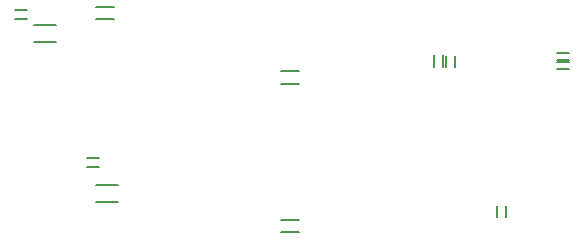
<source format=gbo>
G04 #@! TF.FileFunction,Legend,Bot*
%FSLAX46Y46*%
G04 Gerber Fmt 4.6, Leading zero omitted, Abs format (unit mm)*
G04 Created by KiCad (PCBNEW 4.0.5) date Sun Mar 19 22:32:23 2017*
%MOMM*%
%LPD*%
G01*
G04 APERTURE LIST*
%ADD10C,0.150000*%
G04 APERTURE END LIST*
D10*
X207090900Y-79225000D02*
X206090900Y-79225000D01*
X207090900Y-78475000D02*
X206090900Y-78475000D01*
X207090900Y-78634940D02*
X206090900Y-78634940D01*
X207090900Y-77884940D02*
X206090900Y-77884940D01*
X168540000Y-75005000D02*
X167040000Y-75005000D01*
X168540000Y-73955000D02*
X167040000Y-73955000D01*
X201725880Y-90802840D02*
X201725880Y-91802840D01*
X200975880Y-90802840D02*
X200975880Y-91802840D01*
X161170000Y-75005000D02*
X160170000Y-75005000D01*
X161170000Y-74255000D02*
X160170000Y-74255000D01*
X196450300Y-78095600D02*
X196450300Y-79095600D01*
X195700300Y-78095600D02*
X195700300Y-79095600D01*
X197428200Y-78108300D02*
X197428200Y-79108300D01*
X196678200Y-78108300D02*
X196678200Y-79108300D01*
X182700000Y-79425000D02*
X184200000Y-79425000D01*
X182700000Y-80475000D02*
X184200000Y-80475000D01*
X184200000Y-93075000D02*
X182700000Y-93075000D01*
X184200000Y-92025000D02*
X182700000Y-92025000D01*
X167005000Y-90485000D02*
X168905000Y-90485000D01*
X167005000Y-89035000D02*
X168905000Y-89035000D01*
X161775000Y-76955000D02*
X163675000Y-76955000D01*
X161775000Y-75505000D02*
X163675000Y-75505000D01*
X166290000Y-86795000D02*
X167290000Y-86795000D01*
X166290000Y-87545000D02*
X167290000Y-87545000D01*
M02*

</source>
